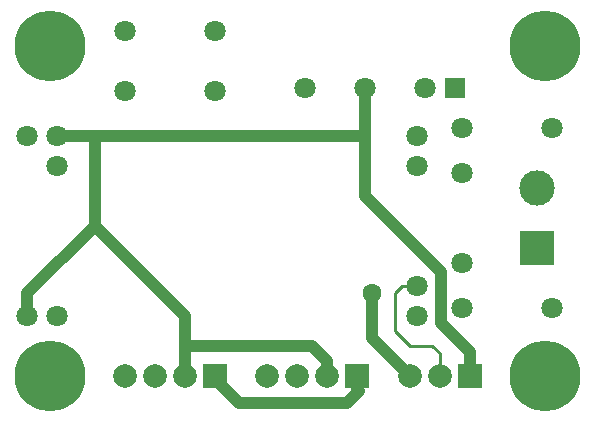
<source format=gbr>
G04 #@! TF.GenerationSoftware,KiCad,Pcbnew,(5.0.1-3-g963ef8bb5)*
G04 #@! TF.CreationDate,2019-06-08T18:57:16-07:00*
G04 #@! TF.ProjectId,board,626F6172642E6B696361645F70636200,rev?*
G04 #@! TF.SameCoordinates,Original*
G04 #@! TF.FileFunction,Copper,L2,Bot,Signal*
G04 #@! TF.FilePolarity,Positive*
%FSLAX46Y46*%
G04 Gerber Fmt 4.6, Leading zero omitted, Abs format (unit mm)*
G04 Created by KiCad (PCBNEW (5.0.1-3-g963ef8bb5)) date Saturday, June 08, 2019 at 06:57:16 PM*
%MOMM*%
%LPD*%
G01*
G04 APERTURE LIST*
G04 #@! TA.AperFunction,ComponentPad*
%ADD10C,1.800000*%
G04 #@! TD*
G04 #@! TA.AperFunction,ComponentPad*
%ADD11R,1.800000X1.800000*%
G04 #@! TD*
G04 #@! TA.AperFunction,ComponentPad*
%ADD12C,2.000000*%
G04 #@! TD*
G04 #@! TA.AperFunction,ComponentPad*
%ADD13R,2.000000X2.000000*%
G04 #@! TD*
G04 #@! TA.AperFunction,ComponentPad*
%ADD14R,3.000000X3.000000*%
G04 #@! TD*
G04 #@! TA.AperFunction,ComponentPad*
%ADD15C,3.000000*%
G04 #@! TD*
G04 #@! TA.AperFunction,ComponentPad*
%ADD16C,6.000000*%
G04 #@! TD*
G04 #@! TA.AperFunction,ViaPad*
%ADD17C,1.600000*%
G04 #@! TD*
G04 #@! TA.AperFunction,Conductor*
%ADD18C,1.016000*%
G04 #@! TD*
G04 #@! TA.AperFunction,Conductor*
%ADD19C,0.254000*%
G04 #@! TD*
G04 APERTURE END LIST*
D10*
G04 #@! TO.P,U2,4*
G04 #@! TO.N,Net-(D2-PadA)*
X134620000Y-81100000D03*
G04 #@! TO.P,U2,3*
G04 #@! TO.N,GND*
X139700000Y-81100000D03*
D11*
G04 #@! TO.P,U2,1*
G04 #@! TO.N,Net-(D1-PadK)*
X147320000Y-81100000D03*
D10*
G04 #@! TO.P,U2,2*
G04 #@! TO.N,Net-(J4-Pad1)*
X144780000Y-81100000D03*
G04 #@! TD*
G04 #@! TO.P,D1,K*
G04 #@! TO.N,Net-(D1-PadK)*
X147955000Y-84455000D03*
G04 #@! TO.P,D1,A*
G04 #@! TO.N,Net-(D1-PadA)*
X155575000Y-84455000D03*
G04 #@! TD*
G04 #@! TO.P,D2,K*
G04 #@! TO.N,Net-(D2-PadK)*
X119380000Y-76200000D03*
G04 #@! TO.P,D2,A*
G04 #@! TO.N,Net-(D2-PadA)*
X127000000Y-76200000D03*
G04 #@! TD*
G04 #@! TO.P,D3,K*
G04 #@! TO.N,Net-(D2-PadK)*
X119380000Y-81280000D03*
G04 #@! TO.P,D3,A*
G04 #@! TO.N,Net-(D3-PadA)*
X127000000Y-81280000D03*
G04 #@! TD*
D12*
G04 #@! TO.P,J1,4*
G04 #@! TO.N,/SERIAL_IN*
X119380000Y-105410000D03*
D13*
G04 #@! TO.P,J1,1*
G04 #@! TO.N,Net-(J1-Pad1)*
X127000000Y-105410000D03*
D12*
G04 #@! TO.P,J1,2*
G04 #@! TO.N,GND*
X124460000Y-105410000D03*
G04 #@! TO.P,J1,3*
G04 #@! TO.N,Net-(J1-Pad3)*
X121920000Y-105410000D03*
G04 #@! TD*
G04 #@! TO.P,J2,4*
G04 #@! TO.N,/SERIAL_IN*
X131445000Y-105410000D03*
D13*
G04 #@! TO.P,J2,1*
G04 #@! TO.N,Net-(J1-Pad1)*
X139065000Y-105410000D03*
D12*
G04 #@! TO.P,J2,2*
G04 #@! TO.N,GND*
X136525000Y-105410000D03*
G04 #@! TO.P,J2,3*
G04 #@! TO.N,Net-(J1-Pad3)*
X133985000Y-105410000D03*
G04 #@! TD*
D13*
G04 #@! TO.P,J3,1*
G04 #@! TO.N,GND*
X148590000Y-105410000D03*
D12*
G04 #@! TO.P,J3,2*
G04 #@! TO.N,/DATA*
X146050000Y-105410000D03*
G04 #@! TO.P,J3,3*
G04 #@! TO.N,Net-(D2-PadK)*
X143510000Y-105410000D03*
G04 #@! TD*
D14*
G04 #@! TO.P,J4,1*
G04 #@! TO.N,Net-(J4-Pad1)*
X154305000Y-94615000D03*
D15*
G04 #@! TO.P,J4,2*
G04 #@! TO.N,Net-(D1-PadA)*
X154305000Y-89535000D03*
G04 #@! TD*
D10*
G04 #@! TO.P,R1,1*
G04 #@! TO.N,/SERIAL_IN*
X155575000Y-99695000D03*
G04 #@! TO.P,R1,2*
G04 #@! TO.N,Net-(R1-Pad2)*
X147955000Y-99695000D03*
G04 #@! TD*
G04 #@! TO.P,R2,1*
G04 #@! TO.N,Net-(J4-Pad1)*
X147955000Y-95885000D03*
G04 #@! TO.P,R2,2*
G04 #@! TO.N,Net-(D1-PadK)*
X147955000Y-88265000D03*
G04 #@! TD*
G04 #@! TO.P,U1,19*
G04 #@! TO.N,N/C*
X144145000Y-87630000D03*
G04 #@! TO.P,U1,15*
G04 #@! TO.N,/DATA*
X144145000Y-97790000D03*
G04 #@! TO.P,U1,34*
G04 #@! TO.N,Net-(D3-PadA)*
X113665000Y-87630000D03*
G04 #@! TO.P,U1,32*
G04 #@! TO.N,GND*
X113665000Y-85090000D03*
G04 #@! TO.P,U1,33*
G04 #@! TO.N,Net-(D2-PadK)*
X111125000Y-85090000D03*
G04 #@! TO.P,U1,20*
G04 #@! TO.N,N/C*
X144145000Y-85090000D03*
G04 #@! TO.P,U1,14*
X144145000Y-100330000D03*
G04 #@! TO.P,U1,2*
G04 #@! TO.N,Net-(R1-Pad2)*
X113665000Y-100330000D03*
G04 #@! TO.P,U1,1*
G04 #@! TO.N,GND*
X111125000Y-100330000D03*
G04 #@! TD*
D16*
G04 #@! TO.P,H1,1*
G04 #@! TO.N,N/C*
X113030000Y-105410000D03*
G04 #@! TD*
G04 #@! TO.P,H2,1*
G04 #@! TO.N,N/C*
X113030000Y-77470000D03*
G04 #@! TD*
G04 #@! TO.P,H3,1*
G04 #@! TO.N,N/C*
X154940000Y-105410000D03*
G04 #@! TD*
G04 #@! TO.P,H4,1*
G04 #@! TO.N,N/C*
X154940000Y-77470000D03*
G04 #@! TD*
D17*
G04 #@! TO.N,Net-(D2-PadK)*
X140335000Y-98425000D03*
G04 #@! TD*
D18*
G04 #@! TO.N,GND*
X135255000Y-102870000D02*
X136525000Y-104140000D01*
X136525000Y-104140000D02*
X136525000Y-105410000D01*
X113665000Y-85090000D02*
X116840000Y-85090000D01*
X116840000Y-85090000D02*
X139700000Y-85090000D01*
X116840000Y-92710000D02*
X116840000Y-85090000D01*
X111125000Y-98425000D02*
X116840000Y-92710000D01*
X111125000Y-100330000D02*
X111125000Y-98425000D01*
X124460000Y-100330000D02*
X116840000Y-92710000D01*
X124460000Y-102870000D02*
X124460000Y-100330000D01*
X124460000Y-105410000D02*
X124460000Y-102870000D01*
X135255000Y-102870000D02*
X124460000Y-102870000D01*
X146161000Y-96631000D02*
X139700000Y-90170000D01*
X146161000Y-100965000D02*
X146161000Y-96631000D01*
X139700000Y-90170000D02*
X139700000Y-81100000D01*
X148590000Y-103394000D02*
X146161000Y-100965000D01*
X148590000Y-105410000D02*
X148590000Y-103394000D01*
G04 #@! TO.N,Net-(J1-Pad1)*
X139065000Y-106553000D02*
X139065000Y-105410000D01*
X129032000Y-107696000D02*
X138176000Y-107696000D01*
X127000000Y-105664000D02*
X129032000Y-107696000D01*
X139192000Y-106680000D02*
X139065000Y-106553000D01*
X138176000Y-107696000D02*
X139192000Y-106680000D01*
X127000000Y-105410000D02*
X127000000Y-105664000D01*
D19*
G04 #@! TO.N,/DATA*
X142240000Y-101600000D02*
X143510000Y-102870000D01*
X146050000Y-103505000D02*
X146050000Y-105410000D01*
X142872208Y-97790000D02*
X142240000Y-98422208D01*
X145415000Y-102870000D02*
X146050000Y-103505000D01*
X143510000Y-102870000D02*
X145415000Y-102870000D01*
X142240000Y-98422208D02*
X142240000Y-101600000D01*
X144145000Y-97790000D02*
X142872208Y-97790000D01*
D18*
G04 #@! TO.N,Net-(D2-PadK)*
X140335000Y-102235000D02*
X140335000Y-98425000D01*
X143510000Y-105410000D02*
X140335000Y-102235000D01*
G04 #@! TD*
M02*

</source>
